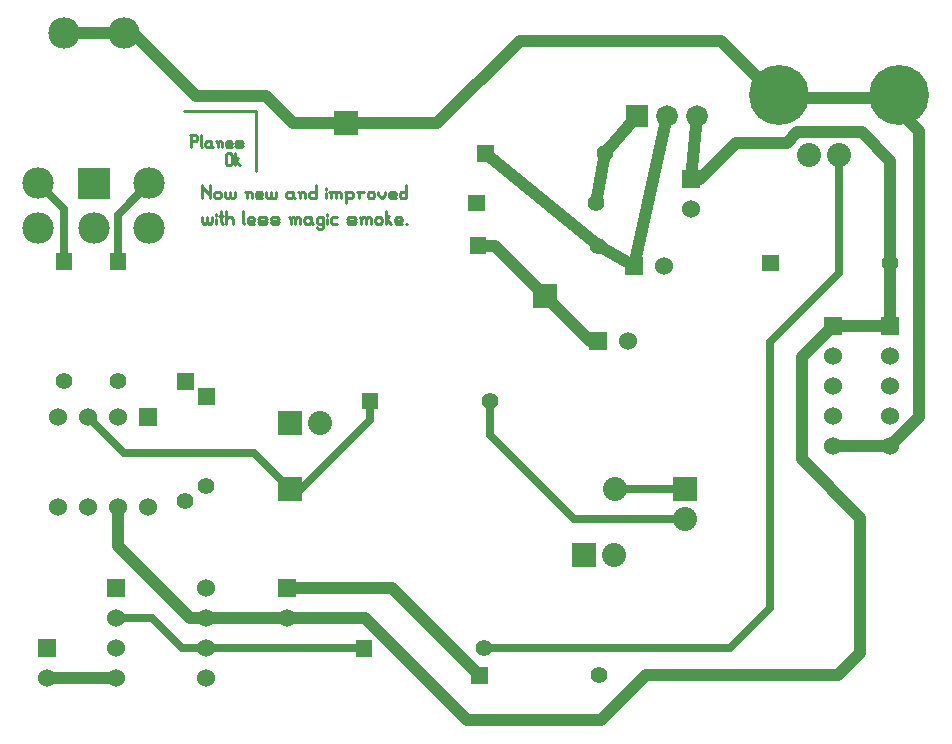
<source format=gbr>
G04 start of page 3 for group 3 layer_idx 0 *
G04 Title: (unknown), top_copper *
G04 Creator: pcb-rnd 2.0.1 *
G04 CreationDate: 2018-11-08 18:27:00 UTC *
G04 For:  *
G04 Format: Gerber/RS-274X *
G04 PCB-Dimensions: 316500 250000 *
G04 PCB-Coordinate-Origin: lower left *
%MOIN*%
%FSLAX25Y25*%
%LNTOP*%
%ADD30C,0.0500*%
%ADD29C,0.0380*%
%ADD28C,0.0320*%
%ADD27C,0.0790*%
%ADD26C,0.0420*%
%ADD25C,0.0280*%
%ADD24C,0.0300*%
%ADD23C,0.0710*%
%ADD22C,0.0650*%
%ADD21C,0.0800*%
%ADD20C,0.2000*%
%ADD19C,0.0720*%
%ADD18C,0.0600*%
%ADD17C,0.0550*%
%ADD16C,0.0001*%
%ADD15C,0.1050*%
%ADD14C,0.0400*%
%ADD13C,0.0100*%
%ADD12C,0.0250*%
G54D12*X22000Y161500D02*Y179000D01*
G54D13*X62000Y211500D02*X86000D01*
G54D12*X40000Y177000D02*X50500Y187500D01*
G54D14*X22000Y237500D02*X45000D01*
X66000Y216500D01*
G54D13*X86000Y211500D02*Y191500D01*
G54D12*X40000Y161500D02*Y177000D01*
Y161500D02*Y162000D01*
G54D14*X66000Y216500D02*X89500D01*
X98500Y207500D01*
X300500Y216000D02*X260000D01*
G54D12*X280500Y197000D02*Y157500D01*
G54D14*X263000Y201000D02*X266500Y204500D01*
X288000D01*
X297500Y195000D01*
X300500Y216000D02*Y211500D01*
X307000Y205000D01*
Y109500D02*X297500Y100000D01*
Y195000D02*Y140000D01*
X307000Y205000D02*Y109500D01*
X278500Y140000D02*X268000Y129500D01*
X278500Y140000D02*X297500D01*
X278500Y100000D02*X297500D01*
G54D12*X22000Y179000D02*X13500Y187500D01*
G54D14*X40000Y79500D02*Y66500D01*
G54D12*X51500Y42500D02*X39500D01*
X61500Y32500D02*X51500Y42500D01*
X122000Y32500D02*X61500D01*
G54D14*X39500Y22500D02*X16500D01*
X122500Y42500D02*X156500Y8500D01*
X122500Y42500D02*X64000D01*
X40000Y66500D02*X64000Y42500D01*
X96500Y52500D02*X131500D01*
X98500Y207500D02*X146500D01*
G54D12*X97500Y85500D02*X101000D01*
X124000Y108500D01*
Y115000D01*
G54D14*X160500Y23500D02*X131500Y52500D01*
G54D12*X30000Y109500D02*X42000Y97500D01*
X85500D01*
X97500Y85500D01*
X244000Y32500D02*X257500Y46000D01*
X244000Y32500D02*X162000D01*
G54D14*X156500Y8500D02*X201000D01*
G54D12*X192000Y75500D02*X229000D01*
G54D14*X201000Y8500D02*X216000Y23500D01*
G54D12*X280500Y157500D02*X257500Y134500D01*
Y46000D01*
G54D14*X268000Y129500D02*Y95500D01*
G54D12*X205800Y85500D02*X229000D01*
X164000Y115000D02*Y103500D01*
X192000Y75500D01*
G54D14*X268000Y95500D02*X287500Y76000D01*
Y31000D01*
X280000Y23500D01*
X216000D01*
X263000Y201000D02*X246000D01*
X231000Y189000D02*X234000D01*
X246000Y201000D02*X234000Y189000D01*
X231000D02*X233000Y210000D01*
X260000Y216000D02*X241000Y235000D01*
X160000Y166700D02*X160800D01*
X162500Y197500D02*X200300Y166700D01*
X160000D02*X165800D01*
X202500Y197500D02*X213000Y210000D01*
X202500Y197500D02*X199500Y181000D01*
X200300Y166700D02*X212000Y160000D01*
X200000Y135000D02*X197500D01*
X165800Y166700D02*X197500Y135000D01*
X223000Y210000D02*X212000Y160000D01*
X146500Y207500D02*X174000Y235000D01*
X241000D01*
G54D13*X64495Y203510D02*Y199550D01*
X64000Y203510D02*X65980D01*
X66475Y203015D01*
Y202025D01*
X65980Y201530D02*X66475Y202025D01*
X64495Y201530D02*X65980D01*
X67663Y203510D02*Y200045D01*
X68158Y199550D01*
X70633Y201530D02*X71128Y201035D01*
X69643Y201530D02*X70633D01*
X69148Y201035D02*X69643Y201530D01*
X69148Y201035D02*Y200045D01*
X69643Y199550D01*
X71128Y201530D02*Y200045D01*
X71623Y199550D01*
X69643D02*X70633D01*
X71128Y200045D01*
X73306Y201035D02*Y199550D01*
Y201035D02*X73801Y201530D01*
X74296D01*
X74791Y201035D01*
Y199550D01*
X72811Y201530D02*X73306Y201035D01*
X76474Y199550D02*X77959D01*
X75979Y200045D02*X76474Y199550D01*
X75979Y201035D02*Y200045D01*
Y201035D02*X76474Y201530D01*
X77464D01*
X77959Y201035D01*
X75979Y200540D02*X77959D01*
Y201035D01*
X79642Y199550D02*X81127D01*
X81622Y200045D01*
X81127Y200540D02*X81622Y200045D01*
X79642Y200540D02*X81127D01*
X79147Y201035D02*X79642Y200540D01*
X79147Y201035D02*X79642Y201530D01*
X81127D01*
X81622Y201035D01*
X79147Y200045D02*X79642Y199550D01*
X76000Y197015D02*Y194045D01*
Y197015D02*X76495Y197510D01*
X77485D01*
X77980Y197015D01*
Y194045D01*
X77485Y193550D02*X77980Y194045D01*
X76495Y193550D02*X77485D01*
X76000Y194045D02*X76495Y193550D01*
X79168Y197510D02*Y193550D01*
Y195035D02*X80653Y193550D01*
X79168Y195035D02*X80158Y196025D01*
X68000Y186890D02*Y182450D01*
Y186890D02*Y186335D01*
X70775Y183560D01*
Y186890D02*Y182450D01*
X72107Y184115D02*Y183005D01*
Y184115D02*X72662Y184670D01*
X73772D01*
X74327Y184115D01*
Y183005D01*
X73772Y182450D02*X74327Y183005D01*
X72662Y182450D02*X73772D01*
X72107Y183005D02*X72662Y182450D01*
X75659Y184670D02*Y183005D01*
X76214Y182450D01*
X76769D01*
X77324Y183005D01*
Y184670D02*Y183005D01*
X77879Y182450D01*
X78434D01*
X78989Y183005D01*
Y184670D02*Y183005D01*
X82874Y184115D02*Y182450D01*
Y184115D02*X83429Y184670D01*
X83984D01*
X84539Y184115D01*
Y182450D01*
X82319Y184670D02*X82874Y184115D01*
X86426Y182450D02*X88091D01*
X85871Y183005D02*X86426Y182450D01*
X85871Y184115D02*Y183005D01*
Y184115D02*X86426Y184670D01*
X87536D01*
X88091Y184115D01*
X85871Y183560D02*X88091D01*
Y184115D01*
X89423Y184670D02*Y183005D01*
X89978Y182450D01*
X90533D01*
X91088Y183005D01*
Y184670D02*Y183005D01*
X91643Y182450D01*
X92198D01*
X92753Y183005D01*
Y184670D02*Y183005D01*
X97748Y184670D02*X98303Y184115D01*
X96638Y184670D02*X97748D01*
X96083Y184115D02*X96638Y184670D01*
X96083Y184115D02*Y183005D01*
X96638Y182450D01*
X98303Y184670D02*Y183005D01*
X98858Y182450D01*
X96638D02*X97748D01*
X98303Y183005D01*
X100745Y184115D02*Y182450D01*
Y184115D02*X101300Y184670D01*
X101855D01*
X102410Y184115D01*
Y182450D01*
X100190Y184670D02*X100745Y184115D01*
X105962Y186890D02*Y182450D01*
X105407D02*X105962Y183005D01*
X104297Y182450D02*X105407D01*
X103742Y183005D02*X104297Y182450D01*
X103742Y184115D02*Y183005D01*
Y184115D02*X104297Y184670D01*
X105407D01*
X105962Y184115D01*
X109292Y185780D02*Y185225D01*
Y184115D02*Y182450D01*
X110957Y184115D02*Y182450D01*
Y184115D02*X111512Y184670D01*
X112067D01*
X112622Y184115D01*
Y182450D01*
Y184115D02*X113177Y184670D01*
X113732D01*
X114287Y184115D01*
Y182450D01*
X110402Y184670D02*X110957Y184115D01*
X116174D02*Y180785D01*
X115619Y184670D02*X116174Y184115D01*
X116729Y184670D01*
X117839D01*
X118394Y184115D01*
Y183005D01*
X117839Y182450D02*X118394Y183005D01*
X116729Y182450D02*X117839D01*
X116174Y183005D02*X116729Y182450D01*
X120281Y184115D02*Y182450D01*
Y184115D02*X120836Y184670D01*
X121946D01*
X119726D02*X120281Y184115D01*
X123278D02*Y183005D01*
Y184115D02*X123833Y184670D01*
X124943D01*
X125498Y184115D01*
Y183005D01*
X124943Y182450D02*X125498Y183005D01*
X123833Y182450D02*X124943D01*
X123278Y183005D02*X123833Y182450D01*
X126830Y184670D02*Y183560D01*
X127940Y182450D01*
X129050Y183560D01*
Y184670D02*Y183560D01*
X130937Y182450D02*X132602D01*
X130382Y183005D02*X130937Y182450D01*
X130382Y184115D02*Y183005D01*
Y184115D02*X130937Y184670D01*
X132047D01*
X132602Y184115D01*
X130382Y183560D02*X132602D01*
Y184115D01*
X136154Y186890D02*Y182450D01*
X135599D02*X136154Y183005D01*
X134489Y182450D02*X135599D01*
X133934Y183005D02*X134489Y182450D01*
X133934Y184115D02*Y183005D01*
Y184115D02*X134489Y184670D01*
X135599D01*
X136154Y184115D01*
X68000Y176170D02*Y174505D01*
X68555Y173950D01*
X69110D01*
X69665Y174505D01*
Y176170D02*Y174505D01*
X70220Y173950D01*
X70775D01*
X71330Y174505D01*
Y176170D02*Y174505D01*
X72662Y177280D02*Y176725D01*
Y175615D02*Y173950D01*
X74327Y178390D02*Y174505D01*
X74882Y173950D01*
X73772Y176725D02*X74882D01*
X75992Y178390D02*Y173950D01*
Y175615D02*X76547Y176170D01*
X77657D01*
X78212Y175615D01*
Y173950D01*
X81542Y178390D02*Y174505D01*
X82097Y173950D01*
X83762D02*X85427D01*
X83207Y174505D02*X83762Y173950D01*
X83207Y175615D02*Y174505D01*
Y175615D02*X83762Y176170D01*
X84872D01*
X85427Y175615D01*
X83207Y175060D02*X85427D01*
Y175615D01*
X87314Y173950D02*X88979D01*
X89534Y174505D01*
X88979Y175060D02*X89534Y174505D01*
X87314Y175060D02*X88979D01*
X86759Y175615D02*X87314Y175060D01*
X86759Y175615D02*X87314Y176170D01*
X88979D01*
X89534Y175615D01*
X86759Y174505D02*X87314Y173950D01*
X91421D02*X93086D01*
X93641Y174505D01*
X93086Y175060D02*X93641Y174505D01*
X91421Y175060D02*X93086D01*
X90866Y175615D02*X91421Y175060D01*
X90866Y175615D02*X91421Y176170D01*
X93086D01*
X93641Y175615D01*
X90866Y174505D02*X91421Y173950D01*
X97526Y175615D02*Y173950D01*
Y175615D02*X98081Y176170D01*
X98636D01*
X99191Y175615D01*
Y173950D01*
Y175615D02*X99746Y176170D01*
X100301D01*
X100856Y175615D01*
Y173950D01*
X96971Y176170D02*X97526Y175615D01*
X103853Y176170D02*X104408Y175615D01*
X102743Y176170D02*X103853D01*
X102188Y175615D02*X102743Y176170D01*
X102188Y175615D02*Y174505D01*
X102743Y173950D01*
X104408Y176170D02*Y174505D01*
X104963Y173950D01*
X102743D02*X103853D01*
X104408Y174505D01*
X107960Y176170D02*X108515Y175615D01*
X106850Y176170D02*X107960D01*
X106295Y175615D02*X106850Y176170D01*
X106295Y175615D02*Y174505D01*
X106850Y173950D01*
X107960D01*
X108515Y174505D01*
X106295Y172840D02*X106850Y172285D01*
X107960D01*
X108515Y172840D01*
Y176170D02*Y172840D01*
X109847Y177280D02*Y176725D01*
Y175615D02*Y173950D01*
X111512Y176170D02*X113177D01*
X110957Y175615D02*X111512Y176170D01*
X110957Y175615D02*Y174505D01*
X111512Y173950D01*
X113177D01*
X117062D02*X118727D01*
X119282Y174505D01*
X118727Y175060D02*X119282Y174505D01*
X117062Y175060D02*X118727D01*
X116507Y175615D02*X117062Y175060D01*
X116507Y175615D02*X117062Y176170D01*
X118727D01*
X119282Y175615D01*
X116507Y174505D02*X117062Y173950D01*
X121169Y175615D02*Y173950D01*
Y175615D02*X121724Y176170D01*
X122279D01*
X122834Y175615D01*
Y173950D01*
Y175615D02*X123389Y176170D01*
X123944D01*
X124499Y175615D01*
Y173950D01*
X120614Y176170D02*X121169Y175615D01*
X125831D02*Y174505D01*
Y175615D02*X126386Y176170D01*
X127496D01*
X128051Y175615D01*
Y174505D01*
X127496Y173950D02*X128051Y174505D01*
X126386Y173950D02*X127496D01*
X125831Y174505D02*X126386Y173950D01*
X129383Y178390D02*Y173950D01*
Y175615D02*X131048Y173950D01*
X129383Y175615D02*X130493Y176725D01*
X132935Y173950D02*X134600D01*
X132380Y174505D02*X132935Y173950D01*
X132380Y175615D02*Y174505D01*
Y175615D02*X132935Y176170D01*
X134045D01*
X134600Y175615D01*
X132380Y175060D02*X134600D01*
Y175615D01*
X135932Y173950D02*X136487D01*
G54D15*X22000Y237500D03*
G54D16*G36*
X26750Y192750D02*X37250D01*
Y182250D01*
X26750D01*
Y192750D01*
G37*
G36*
X19250Y164250D02*X24750D01*
Y158750D01*
X19250D01*
Y164250D01*
G37*
G36*
X37250D02*X42750D01*
Y158750D01*
X37250D01*
Y164250D01*
G37*
G54D17*X40000Y121500D03*
G54D15*X32000Y172500D03*
G54D18*X40000Y109500D03*
X30000D03*
X20000D03*
G54D17*X22000Y121500D03*
G54D18*X20000Y79500D03*
X30000D03*
X40000D03*
G54D16*G36*
X36500Y55500D02*X42500D01*
Y49500D01*
X36500D01*
Y55500D01*
G37*
G54D18*X39500Y42500D03*
Y32500D03*
Y22500D03*
G54D16*G36*
X209400Y213600D02*X216600D01*
Y206400D01*
X209400D01*
Y213600D01*
G37*
G54D19*X223000Y210000D03*
X233000D03*
G54D20*X260500Y217000D03*
X300500D03*
G54D21*X270500Y197000D03*
X280500D03*
G54D16*G36*
X234000Y186000D02*X228000D01*
Y192000D01*
X234000D01*
Y186000D01*
G37*
G54D18*X231000Y179000D03*
G54D16*G36*
X294500Y143000D02*X300500D01*
Y137000D01*
X294500D01*
Y143000D01*
G37*
G54D18*X297500Y130000D03*
Y120000D03*
G54D17*Y161000D03*
G54D18*Y110000D03*
Y100000D03*
G54D16*G36*
X233000Y89500D02*Y81500D01*
X225000D01*
Y89500D01*
X233000D01*
G37*
G54D21*X229000Y75500D03*
G54D16*G36*
X275500Y143000D02*X281500D01*
Y137000D01*
X275500D01*
Y143000D01*
G37*
G54D18*X210000Y135000D03*
G54D16*G36*
X215000Y163000D02*Y157000D01*
X209000D01*
Y163000D01*
X215000D01*
G37*
G54D18*X222000Y160000D03*
G54D16*G36*
X254750Y163750D02*X260250D01*
Y158250D01*
X254750D01*
Y163750D01*
G37*
G54D18*X278500Y130000D03*
Y120000D03*
Y110000D03*
Y100000D03*
G54D15*X42000Y237500D03*
X13500Y187500D03*
X50500D03*
Y172500D03*
G54D16*G36*
X47000Y112500D02*X53000D01*
Y106500D01*
X47000D01*
Y112500D01*
G37*
G54D18*X50000Y79500D03*
G54D16*G36*
X72250Y119250D02*Y113750D01*
X66750D01*
Y119250D01*
X72250D01*
G37*
G54D17*X69500Y86500D03*
G54D16*G36*
X65250Y124250D02*Y118750D01*
X59750D01*
Y124250D01*
X65250D01*
G37*
G54D17*X62500Y81500D03*
G54D16*G36*
X99500Y49500D02*X93500D01*
Y55500D01*
X99500D01*
Y49500D01*
G37*
G54D18*X96500Y42500D03*
X69500Y22500D03*
Y32500D03*
Y42500D03*
Y52500D03*
G54D16*G36*
X119250Y35250D02*X124750D01*
Y29750D01*
X119250D01*
Y35250D01*
G37*
G54D17*X162000Y32500D03*
G54D16*G36*
X157750Y26250D02*X163250D01*
Y20750D01*
X157750D01*
Y26250D01*
G37*
G54D17*X200500Y23500D03*
G54D16*G36*
X191500Y67500D02*X199500D01*
Y59500D01*
X191500D01*
Y67500D01*
G37*
G54D21*X205500Y63500D03*
X205800Y85500D03*
G54D16*G36*
X159750Y200250D02*X165250D01*
Y194750D01*
X159750D01*
Y200250D01*
G37*
G36*
X112000Y211500D02*X120000D01*
Y203500D01*
X112000D01*
Y211500D01*
G37*
G54D17*X202500Y197500D03*
X199500Y181000D03*
G54D16*G36*
X203000Y138000D02*Y132000D01*
X197000D01*
Y138000D01*
X203000D01*
G37*
G54D17*X200000Y166700D03*
G54D16*G36*
X178500Y154000D02*X186500D01*
Y146000D01*
X178500D01*
Y154000D01*
G37*
G36*
X162250Y183750D02*Y178250D01*
X156750D01*
Y183750D01*
X162250D01*
G37*
G36*
X162750Y169450D02*Y163950D01*
X157250D01*
Y169450D01*
X162750D01*
G37*
G36*
X126750Y112250D02*X121250D01*
Y117750D01*
X126750D01*
Y112250D01*
G37*
G54D17*X164000Y115000D03*
G54D16*G36*
X93500Y111500D02*X101500D01*
Y103500D01*
X93500D01*
Y111500D01*
G37*
G54D21*X107500Y107500D03*
G54D16*G36*
X93500Y89500D02*X101500D01*
Y81500D01*
X93500D01*
Y89500D01*
G37*
G54D15*X13500Y172500D03*
G54D16*G36*
X19500Y29500D02*X13500D01*
Y35500D01*
X19500D01*
Y29500D01*
G37*
G54D18*X16500Y22500D03*
G54D22*G54D23*G54D24*G54D23*G54D25*G54D24*G54D25*G54D26*G54D27*G54D28*G54D24*G54D29*G54D24*G54D29*G54D30*G54D29*G54D24*G54D29*G54D22*G54D23*G54D25*G54D24*G54D25*G54D24*G54D30*G54D24*G54D30*G54D24*G54D30*G54D24*G54D30*G54D23*G54D24*M02*

</source>
